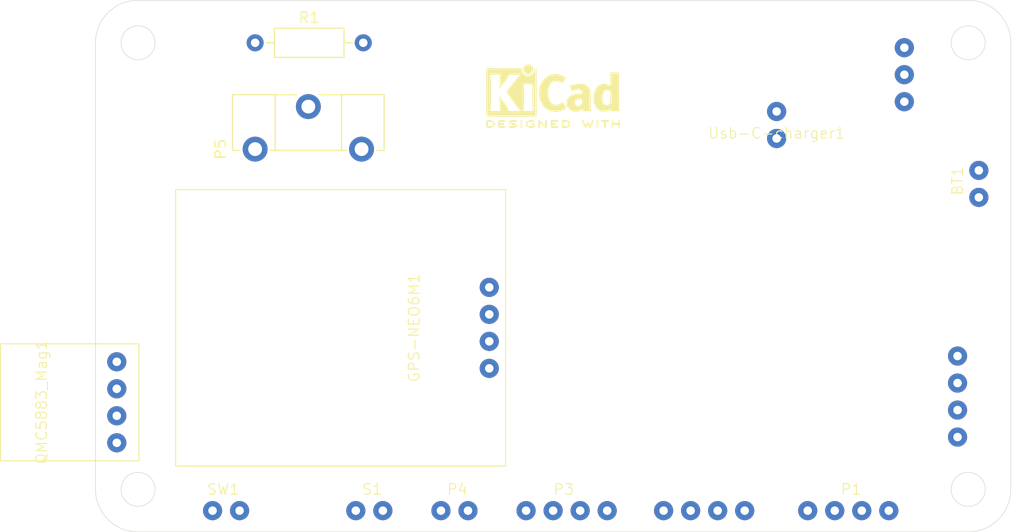
<source format=kicad_pcb>
(kicad_pcb (version 20221018) (generator pcbnew)
  (layers (0 "F.Cu" signal) (31 "B.Cu" signal) (34 "B.Paste" user) (35 "F.Paste" user) (36 "B.SilkS" user "B.Silkscreen") (37 "F.SilkS" user "F.Silkscreen") (38 "B.Mask" user) (39 "F.Mask" user) (44 "Edge.Cuts" user))
  (net 0 "")
  (net 1 "Net-(R1-Pad1)")
  (net 2 "Net-(P4-Pin_1)")
  (net 3 "Net-(BT1-+)")
  (net 4 "GNDREF")
  (net 5 "Net-(BMP180_Press.1-VCC)")
  (net 6 "Net-(BMP180_Press.1-SCL)")
  (net 7 "Net-(Lipo-1S-to-5V1-OUT_5V)")
  (net 8 "Net-(GPS-NEO6M1-TX)")
  (net 12 "Net-(P3-Pin_3)")
  (net 14 "Net-(P4-Pin_2)")
  (net 15 "Net-(Lipo-1S-to-5V1-IN_3.7v)")
  (net 16 "Net-(BMP180_Press.1-SDA)")
  (footprint "BertheShema:2 trous standard" (layer "F.Cu") (at 103 140 -90)
    (fp_text reference "SW1" (at -2 -1 unlocked) (layer "F.SilkS") (effects (font (thickness 0.1))))
    (fp_text value "SW_DIP_x01" hide)
    (pad "1" thru_hole circle (at 0 0 270) (size 1.8 1.8) (drill 0.8) (layers "*.Cu" "*.Mask") (net 15 "Net-(Lipo-1S-to-5V1-IN_3.7v)"))
    (pad "2" thru_hole circle (at 0 -2.54 270) (size 1.8 1.8) (drill 0.8) (layers "*.Cu" "*.Mask") (net 3 "Net-(BT1-+)"))
  )
  (footprint "BertheShema:2 trous standard" (layer "F.Cu") (at 156 105)
    (fp_text reference "Usb-C-charger1" (at 0 -0.5 unlocked) (layer "F.SilkS") (effects (font (thickness 0.1))))
    (fp_text value "-")
    (pad "1" thru_hole circle (at 0 0) (size 1.8 1.8) (drill 0.8) (layers "*.Cu" "*.Mask"))
    (pad "2" thru_hole circle (at 0 -2.54) (size 1.8 1.8) (drill 0.8) (layers "*.Cu" "*.Mask"))
  )
  (footprint "Resistor_THT:R_Axial_DIN0207_L6.3mm_D2.5mm_P10.16mm_Horizontal" (layer "F.Cu") (at 107 96)
    (fp_text reference "R1" (at 5.08 -2.37) (layer "F.SilkS"))
    (fp_text value "3.6 ohms")
    (pad "1" thru_hole circle (at 0 0) (size 1.6 1.6) (drill 0.8) (layers "*.Cu" "*.Mask") (net 1 "Net-(R1-Pad1)"))
    (pad "2" thru_hole oval (at 10.16 0) (size 1.6 1.6) (drill 0.8) (layers "*.Cu" "*.Mask") (net 2 "Net-(P4-Pin_1)"))
  )
  (footprint "BertheShema:4 trous standard" (layer "F.Cu") (at 150.46 140 90)
    (fp_text reference "CN1" hide)
    (fp_text value "Temperature and humidity interface" hide)
    (pad "1" thru_hole circle (at 0 2.54 90) (size 1.8 1.8) (drill 0.8) (layers "*.Cu" "*.Mask") (net 4 "GNDREF"))
    (pad "2" thru_hole circle (at 0 0 90) (size 1.8 1.8) (drill 0.8) (layers "*.Cu" "*.Mask") (net 6 "Net-(BMP180_Press.1-SCL)"))
    (pad "3" thru_hole circle (at 0 -2.54 90) (size 1.8 1.8) (drill 0.8) (layers "*.Cu" "*.Mask") (net 16 "Net-(BMP180_Press.1-SDA)"))
    (pad "4" thru_hole circle (at 0 -5.08 90) (size 1.8 1.8) (drill 0.8) (layers "*.Cu" "*.Mask") (net 5 "Net-(BMP180_Press.1-VCC)"))
  )
  (footprint "BertheShema:4 trous standard" (layer "F.Cu") (at 173 130.54)
    (fp_text reference "BMP180_Press.1" hide)
    (fp_text value "~")
    (pad "1" thru_hole circle (at 0 2.54) (size 1.8 1.8) (drill 0.8) (layers "*.Cu" "*.Mask") (net 4 "GNDREF"))
    (pad "2" thru_hole circle (at 0 0) (size 1.8 1.8) (drill 0.8) (layers "*.Cu" "*.Mask") (net 6 "Net-(BMP180_Press.1-SCL)"))
    (pad "3" thru_hole circle (at 0 -2.54) (size 1.8 1.8) (drill 0.8) (layers "*.Cu" "*.Mask") (net 16 "Net-(BMP180_Press.1-SDA)"))
    (pad "4" thru_hole circle (at 0 -5.08) (size 1.8 1.8) (drill 0.8) (layers "*.Cu" "*.Mask") (net 5 "Net-(BMP180_Press.1-VCC)"))
  )
  (footprint "Symbol:KiCad-Logo2_5mm_SilkScreen" (layer "F.Cu") (at 135 101)
    (fp_text reference "ESP32-2432S028_WROOM-32" hide)
    (fp_text value "-" hide)
  )
  (footprint "BertheShema:2 trous standard" (layer "F.Cu") (at 119 140 90)
    (fp_text reference "S1" (at 2 -1 unlocked) (layer "F.SilkS") (effects (font (thickness 0.1))))
    (fp_text value "Speaker 2W 8ohms" hide)
    (pad "1" thru_hole circle (at 0 0 90) (size 1.8 1.8) (drill 0.8) (layers "*.Cu" "*.Mask") (net 14 "Net-(P4-Pin_2)"))
    (pad "2" thru_hole circle (at 0 -2.54 90) (size 1.8 1.8) (drill 0.8) (layers "*.Cu" "*.Mask") (net 1 "Net-(R1-Pad1)"))
  )
  (footprint "BertheShema:2 trous standard" (layer "F.Cu") (at 127 140 90)
    (fp_text reference "P4" (at 2 -1 unlocked) (layer "F.SilkS") (effects (font (thickness 0.1))))
    (fp_text value "SPEAK" hide)
    (pad "1" thru_hole circle (at 0 0 90) (size 1.8 1.8) (drill 0.8) (layers "*.Cu" "*.Mask") (net 2 "Net-(P4-Pin_1)"))
    (pad "2" thru_hole circle (at 0 -2.54 90) (size 1.8 1.8) (drill 0.8) (layers "*.Cu" "*.Mask") (net 14 "Net-(P4-Pin_2)"))
  )
  (footprint "BertheShema:GPSNEO6V2" (layer "F.Cu") (at 127.476 122.81 90)
    (fp_text reference "GPS-NEO6M1" (at 0 -5.54 90 unlocked) (layer "F.SilkS") (effects (font (thickness 0.1))))
    (fp_text value "-")
    (pad "1" thru_hole circle (at -3.81 1.524 90) (size 1.8 1.8) (drill 0.8) (layers "*.Cu" "*.Mask") (net 4 "GNDREF"))
    (pad "2" thru_hole circle (at -1.27 1.524 90) (size 1.8 1.8) (drill 0.8) (layers "*.Cu" "*.Mask") (net 8 "Net-(GPS-NEO6M1-TX)"))
    (pad "3" thru_hole circle (at 1.27 1.524 90) (size 1.8 1.8) (drill 0.8) (layers "*.Cu" "*.Mask"))
    (pad "4" thru_hole circle (at 3.81 1.524 90) (size 1.8 1.8) (drill 0.8) (layers "*.Cu" "*.Mask") (net 5 "Net-(BMP180_Press.1-VCC)"))
  )
  (footprint "BertheShema:QMC5883" (layer "F.Cu") (at 92.476 129.81 90)
    (fp_text reference "QMC5883_Mag1" (at 0 -5.54 90 unlocked) (layer "F.SilkS") (effects (font (thickness 0.1))))
    (fp_text value "~")
    (pad "1" thru_hole circle (at -3.81 1.524 90) (size 1.8 1.8) (drill 0.8) (layers "*.Cu" "*.Mask") (net 16 "Net-(BMP180_Press.1-SDA)"))
    (pad "2" thru_hole circle (at -1.27 1.524 90) (size 1.8 1.8) (drill 0.8) (layers "*.Cu" "*.Mask") (net 6 "Net-(BMP180_Press.1-SCL)"))
    (pad "3" thru_hole circle (at 1.27 1.524 90) (size 1.8 1.8) (drill 0.8) (layers "*.Cu" "*.Mask") (net 4 "GNDREF"))
    (pad "4" thru_hole circle (at 3.81 1.524 90) (size 1.8 1.8) (drill 0.8) (layers "*.Cu" "*.Mask") (net 5 "Net-(BMP180_Press.1-VCC)"))
  )
  (footprint "BertheShema:3 trous standard" (layer "F.Cu") (at 168 99)
    (fp_text reference "Lipo-1S-to-5V1" hide)
    (fp_text value "-")
    (pad "1" thru_hole circle (at 0 0) (size 1.8 1.8) (drill 0.8) (layers "*.Cu" "*.Mask"))
    (pad "2" thru_hole circle (at 0 -2.54) (size 1.8 1.8) (drill 0.8) (layers "*.Cu" "*.Mask"))
    (pad "3" thru_hole circle (at 0 2.54) (size 1.8 1.8) (drill 0.8) (layers "*.Cu" "*.Mask"))
  )
  (footprint "BertheShema:2 trous standard" (layer "F.Cu") (at 175 108 180)
    (fp_text reference "BT1" (at 2 -1 90 unlocked) (layer "F.SilkS") (effects (font (thickness 0.1))))
    (fp_text value "Battery_Cell" hide)
    (pad "1" thru_hole circle (at 0 0 180) (size 1.8 1.8) (drill 0.8) (layers "*.Cu" "*.Mask") (net 3 "Net-(BT1-+)"))
    (pad "2" thru_hole circle (at 0 -2.54 180) (size 1.8 1.8) (drill 0.8) (layers "*.Cu" "*.Mask") (net 4 "GNDREF"))
  )
  (footprint "BertheShema:4 trous standard" (layer "F.Cu") (at 164 140 90)
    (fp_text reference "P1" (at 2 -1 unlocked) (layer "F.SilkS") (effects (font (thickness 0.1))))
    (fp_text value "Power supply base" hide)
    (pad "1" thru_hole circle (at 0 2.54 90) (size 1.8 1.8) (drill 0.8) (layers "*.Cu" "*.Mask") (net 7 "Net-(Lipo-1S-to-5V1-OUT_5V)"))
    (pad "2" thru_hole circle (at 0 0 90) (size 1.8 1.8) (drill 0.8) (layers "*.Cu" "*.Mask") (net 8 "Net-(GPS-NEO6M1-TX)"))
    (pad "3" thru_hole circle (at 0 -2.54 90) (size 1.8 1.8) (drill 0.8) (layers "*.Cu" "*.Mask"))
    (pad "4" thru_hole circle (at 0 -5.08 90) (size 1.8 1.8) (drill 0.8) (layers "*.Cu" "*.Mask") (net 4 "GNDREF"))
  )
  (footprint "Potentiometer_THT:Potentiometer_ACP_CA14-H4_Horizontal" (layer "F.Cu") (at 107 106 90)
    (fp_text reference "P5" (at 0 -3.25 90) (layer "F.SilkS"))
    (fp_text value "10 k ohms")
    (pad "1" thru_hole circle (at 0 0 90) (size 2.34 2.34) (drill 1.3) (layers "*.Cu" "*.Mask") (net 15 "Net-(Lipo-1S-to-5V1-IN_3.7v)"))
    (pad "2" thru_hole circle (at 4 5 90) (size 2.34 2.34) (drill 1.3) (layers "*.Cu" "*.Mask") (net 12 "Net-(P3-Pin_3)"))
    (pad "3" thru_hole circle (at 0 10 90) (size 2.34 2.34) (drill 1.3) (layers "*.Cu" "*.Mask") (net 4 "GNDREF"))
  )
  (footprint "BertheShema:4 trous standard" (layer "F.Cu") (at 137.54 140 90)
    (fp_text reference "P3" (at 2 -1.54 unlocked) (layer "F.SilkS") (effects (font (thickness 0.1))))
    (fp_text value "Extended IO" hide)
    (pad "1" thru_hole circle (at 0 2.54 90) (size 1.8 1.8) (drill 0.8) (layers "*.Cu" "*.Mask"))
    (pad "2" thru_hole circle (at 0 0 90) (size 1.8 1.8) (drill 0.8) (layers "*.Cu" "*.Mask"))
    (pad "3" thru_hole circle (at 0 -2.54 90) (size 1.8 1.8) (drill 0.8) (layers "*.Cu" "*.Mask") (net 12 "Net-(P3-Pin_3)"))
    (pad "4" thru_hole circle (at 0 -5.08 90) (size 1.8 1.8) (drill 0.8) (layers "*.Cu" "*.Mask"))
  )
  (gr_arc (start 178 138) (mid 176.828427 140.828427) (end 174 142) (stroke (width 0.05)) (layer "Edge.Cuts"))
  (gr_circle (center 174 96) (end 175.6 96) (stroke (width 0.05)) (fill none) (layer "Edge.Cuts"))
  (gr_line (start 174 142) (end 96 142) (stroke (width 0.05)) (layer "Edge.Cuts"))
  (gr_line (start 96 92) (end 174 92) (stroke (width 0.05)) (layer "Edge.Cuts"))
  (gr_circle (center 96 138) (end 97.6 138) (stroke (width 0.05)) (fill none) (layer "Edge.Cuts"))
  (gr_arc (start 92 96) (mid 93.171573 93.171573) (end 96 92) (stroke (width 0.05)) (layer "Edge.Cuts"))
  (gr_arc (start 96 142) (mid 93.171573 140.828427) (end 92 138) (stroke (width 0.05)) (layer "Edge.Cuts"))
  (gr_line (start 92 138) (end 92 96) (stroke (width 0.05)) (layer "Edge.Cuts"))
  (gr_arc (start 174 92) (mid 176.828427 93.171573) (end 178 96) (stroke (width 0.05)) (layer "Edge.Cuts"))
  (gr_circle (center 96 96) (end 97.6 96) (stroke (width 0.05)) (fill none) (layer "Edge.Cuts"))
  (gr_circle (center 174 138) (end 175.6 138) (stroke (width 0.05)) (fill none) (layer "Edge.Cuts"))
  (gr_line (start 178 96) (end 178 138) (stroke (width 0.05)) (layer "Edge.Cuts"))
)
</source>
